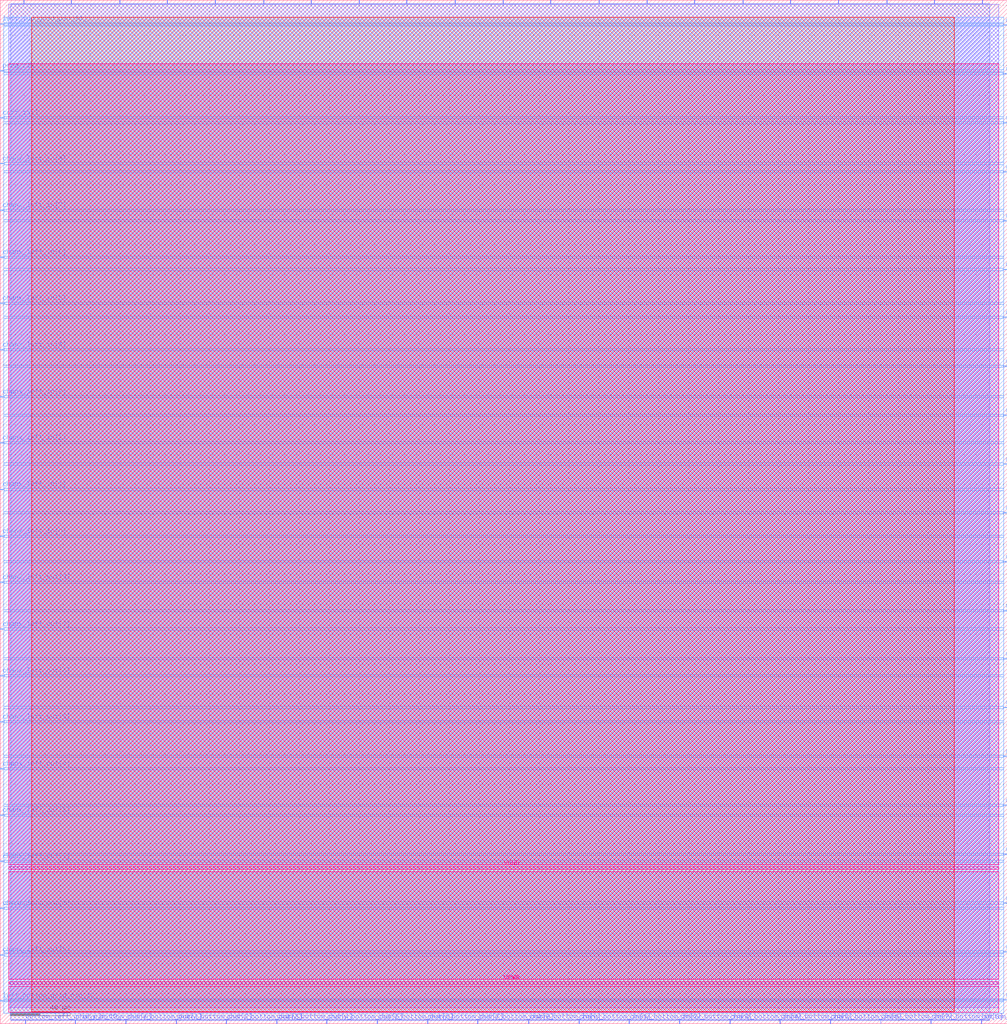
<source format=lef>
VERSION 5.7 ;
  NOWIREEXTENSIONATPIN ON ;
  DIVIDERCHAR "/" ;
  BUSBITCHARS "[]" ;
MACRO sb_1__1_
  CLASS BLOCK ;
  FOREIGN sb_1__1_ ;
  ORIGIN 0.000 0.000 ;
  SIZE 672.585 BY 683.305 ;
  PIN bottom_left_grid_pin_13_
    DIRECTION INPUT ;
    PORT
      LAYER met2 ;
        RECT 16.650 0.000 16.930 2.400 ;
    END
  END bottom_left_grid_pin_13_
  PIN bottom_right_grid_pin_11_
    DIRECTION INPUT ;
    PORT
      LAYER met2 ;
        RECT 655.130 0.000 655.410 2.400 ;
    END
  END bottom_right_grid_pin_11_
  PIN ccff_head
    DIRECTION INPUT ;
    PORT
      LAYER met3 ;
        RECT 670.185 666.440 672.585 667.040 ;
    END
  END ccff_head
  PIN ccff_tail
    DIRECTION OUTPUT TRISTATE ;
    PORT
      LAYER met3 ;
        RECT 0.000 604.560 2.400 605.160 ;
    END
  END ccff_tail
  PIN chanx_left_in[0]
    DIRECTION INPUT ;
    PORT
      LAYER met3 ;
        RECT 0.000 325.080 2.400 325.680 ;
    END
  END chanx_left_in[0]
  PIN chanx_left_in[1]
    DIRECTION INPUT ;
    PORT
      LAYER met3 ;
        RECT 0.000 356.360 2.400 356.960 ;
    END
  END chanx_left_in[1]
  PIN chanx_left_in[2]
    DIRECTION INPUT ;
    PORT
      LAYER met3 ;
        RECT 0.000 387.640 2.400 388.240 ;
    END
  END chanx_left_in[2]
  PIN chanx_left_in[3]
    DIRECTION INPUT ;
    PORT
      LAYER met3 ;
        RECT 0.000 418.240 2.400 418.840 ;
    END
  END chanx_left_in[3]
  PIN chanx_left_in[4]
    DIRECTION INPUT ;
    PORT
      LAYER met3 ;
        RECT 0.000 449.520 2.400 450.120 ;
    END
  END chanx_left_in[4]
  PIN chanx_left_in[5]
    DIRECTION INPUT ;
    PORT
      LAYER met3 ;
        RECT 0.000 480.800 2.400 481.400 ;
    END
  END chanx_left_in[5]
  PIN chanx_left_in[6]
    DIRECTION INPUT ;
    PORT
      LAYER met3 ;
        RECT 0.000 511.400 2.400 512.000 ;
    END
  END chanx_left_in[6]
  PIN chanx_left_in[7]
    DIRECTION INPUT ;
    PORT
      LAYER met3 ;
        RECT 0.000 542.680 2.400 543.280 ;
    END
  END chanx_left_in[7]
  PIN chanx_left_in[8]
    DIRECTION INPUT ;
    PORT
      LAYER met3 ;
        RECT 0.000 573.960 2.400 574.560 ;
    END
  END chanx_left_in[8]
  PIN chanx_left_out[0]
    DIRECTION OUTPUT TRISTATE ;
    PORT
      LAYER met3 ;
        RECT 0.000 45.600 2.400 46.200 ;
    END
  END chanx_left_out[0]
  PIN chanx_left_out[1]
    DIRECTION OUTPUT TRISTATE ;
    PORT
      LAYER met3 ;
        RECT 0.000 76.880 2.400 77.480 ;
    END
  END chanx_left_out[1]
  PIN chanx_left_out[2]
    DIRECTION OUTPUT TRISTATE ;
    PORT
      LAYER met3 ;
        RECT 0.000 108.160 2.400 108.760 ;
    END
  END chanx_left_out[2]
  PIN chanx_left_out[3]
    DIRECTION OUTPUT TRISTATE ;
    PORT
      LAYER met3 ;
        RECT 0.000 138.760 2.400 139.360 ;
    END
  END chanx_left_out[3]
  PIN chanx_left_out[4]
    DIRECTION OUTPUT TRISTATE ;
    PORT
      LAYER met3 ;
        RECT 0.000 170.040 2.400 170.640 ;
    END
  END chanx_left_out[4]
  PIN chanx_left_out[5]
    DIRECTION OUTPUT TRISTATE ;
    PORT
      LAYER met3 ;
        RECT 0.000 201.320 2.400 201.920 ;
    END
  END chanx_left_out[5]
  PIN chanx_left_out[6]
    DIRECTION OUTPUT TRISTATE ;
    PORT
      LAYER met3 ;
        RECT 0.000 231.920 2.400 232.520 ;
    END
  END chanx_left_out[6]
  PIN chanx_left_out[7]
    DIRECTION OUTPUT TRISTATE ;
    PORT
      LAYER met3 ;
        RECT 0.000 263.200 2.400 263.800 ;
    END
  END chanx_left_out[7]
  PIN chanx_left_out[8]
    DIRECTION OUTPUT TRISTATE ;
    PORT
      LAYER met3 ;
        RECT 0.000 294.480 2.400 295.080 ;
    END
  END chanx_left_out[8]
  PIN chanx_right_in[0]
    DIRECTION INPUT ;
    PORT
      LAYER met3 ;
        RECT 670.185 340.720 672.585 341.320 ;
    END
  END chanx_right_in[0]
  PIN chanx_right_in[1]
    DIRECTION INPUT ;
    PORT
      LAYER met3 ;
        RECT 670.185 373.360 672.585 373.960 ;
    END
  END chanx_right_in[1]
  PIN chanx_right_in[2]
    DIRECTION INPUT ;
    PORT
      LAYER met3 ;
        RECT 670.185 406.000 672.585 406.600 ;
    END
  END chanx_right_in[2]
  PIN chanx_right_in[3]
    DIRECTION INPUT ;
    PORT
      LAYER met3 ;
        RECT 670.185 438.640 672.585 439.240 ;
    END
  END chanx_right_in[3]
  PIN chanx_right_in[4]
    DIRECTION INPUT ;
    PORT
      LAYER met3 ;
        RECT 670.185 471.280 672.585 471.880 ;
    END
  END chanx_right_in[4]
  PIN chanx_right_in[5]
    DIRECTION INPUT ;
    PORT
      LAYER met3 ;
        RECT 670.185 503.240 672.585 503.840 ;
    END
  END chanx_right_in[5]
  PIN chanx_right_in[6]
    DIRECTION INPUT ;
    PORT
      LAYER met3 ;
        RECT 670.185 535.880 672.585 536.480 ;
    END
  END chanx_right_in[6]
  PIN chanx_right_in[7]
    DIRECTION INPUT ;
    PORT
      LAYER met3 ;
        RECT 670.185 568.520 672.585 569.120 ;
    END
  END chanx_right_in[7]
  PIN chanx_right_in[8]
    DIRECTION INPUT ;
    PORT
      LAYER met3 ;
        RECT 670.185 601.160 672.585 601.760 ;
    END
  END chanx_right_in[8]
  PIN chanx_right_out[0]
    DIRECTION OUTPUT TRISTATE ;
    PORT
      LAYER met3 ;
        RECT 670.185 47.640 672.585 48.240 ;
    END
  END chanx_right_out[0]
  PIN chanx_right_out[1]
    DIRECTION OUTPUT TRISTATE ;
    PORT
      LAYER met3 ;
        RECT 670.185 80.280 672.585 80.880 ;
    END
  END chanx_right_out[1]
  PIN chanx_right_out[2]
    DIRECTION OUTPUT TRISTATE ;
    PORT
      LAYER met3 ;
        RECT 670.185 112.920 672.585 113.520 ;
    END
  END chanx_right_out[2]
  PIN chanx_right_out[3]
    DIRECTION OUTPUT TRISTATE ;
    PORT
      LAYER met3 ;
        RECT 670.185 145.560 672.585 146.160 ;
    END
  END chanx_right_out[3]
  PIN chanx_right_out[4]
    DIRECTION OUTPUT TRISTATE ;
    PORT
      LAYER met3 ;
        RECT 670.185 178.200 672.585 178.800 ;
    END
  END chanx_right_out[4]
  PIN chanx_right_out[5]
    DIRECTION OUTPUT TRISTATE ;
    PORT
      LAYER met3 ;
        RECT 670.185 210.840 672.585 211.440 ;
    END
  END chanx_right_out[5]
  PIN chanx_right_out[6]
    DIRECTION OUTPUT TRISTATE ;
    PORT
      LAYER met3 ;
        RECT 670.185 243.480 672.585 244.080 ;
    END
  END chanx_right_out[6]
  PIN chanx_right_out[7]
    DIRECTION OUTPUT TRISTATE ;
    PORT
      LAYER met3 ;
        RECT 670.185 275.440 672.585 276.040 ;
    END
  END chanx_right_out[7]
  PIN chanx_right_out[8]
    DIRECTION OUTPUT TRISTATE ;
    PORT
      LAYER met3 ;
        RECT 670.185 308.080 672.585 308.680 ;
    END
  END chanx_right_out[8]
  PIN chany_bottom_in[0]
    DIRECTION INPUT ;
    PORT
      LAYER met2 ;
        RECT 352.910 0.000 353.190 2.400 ;
    END
  END chany_bottom_in[0]
  PIN chany_bottom_in[1]
    DIRECTION INPUT ;
    PORT
      LAYER met2 ;
        RECT 386.490 0.000 386.770 2.400 ;
    END
  END chany_bottom_in[1]
  PIN chany_bottom_in[2]
    DIRECTION INPUT ;
    PORT
      LAYER met2 ;
        RECT 420.070 0.000 420.350 2.400 ;
    END
  END chany_bottom_in[2]
  PIN chany_bottom_in[3]
    DIRECTION INPUT ;
    PORT
      LAYER met2 ;
        RECT 453.650 0.000 453.930 2.400 ;
    END
  END chany_bottom_in[3]
  PIN chany_bottom_in[4]
    DIRECTION INPUT ;
    PORT
      LAYER met2 ;
        RECT 487.230 0.000 487.510 2.400 ;
    END
  END chany_bottom_in[4]
  PIN chany_bottom_in[5]
    DIRECTION INPUT ;
    PORT
      LAYER met2 ;
        RECT 520.810 0.000 521.090 2.400 ;
    END
  END chany_bottom_in[5]
  PIN chany_bottom_in[6]
    DIRECTION INPUT ;
    PORT
      LAYER met2 ;
        RECT 554.390 0.000 554.670 2.400 ;
    END
  END chany_bottom_in[6]
  PIN chany_bottom_in[7]
    DIRECTION INPUT ;
    PORT
      LAYER met2 ;
        RECT 587.970 0.000 588.250 2.400 ;
    END
  END chany_bottom_in[7]
  PIN chany_bottom_in[8]
    DIRECTION INPUT ;
    PORT
      LAYER met2 ;
        RECT 621.550 0.000 621.830 2.400 ;
    END
  END chany_bottom_in[8]
  PIN chany_bottom_out[0]
    DIRECTION OUTPUT TRISTATE ;
    PORT
      LAYER met2 ;
        RECT 50.230 0.000 50.510 2.400 ;
    END
  END chany_bottom_out[0]
  PIN chany_bottom_out[1]
    DIRECTION OUTPUT TRISTATE ;
    PORT
      LAYER met2 ;
        RECT 83.810 0.000 84.090 2.400 ;
    END
  END chany_bottom_out[1]
  PIN chany_bottom_out[2]
    DIRECTION OUTPUT TRISTATE ;
    PORT
      LAYER met2 ;
        RECT 117.390 0.000 117.670 2.400 ;
    END
  END chany_bottom_out[2]
  PIN chany_bottom_out[3]
    DIRECTION OUTPUT TRISTATE ;
    PORT
      LAYER met2 ;
        RECT 150.970 0.000 151.250 2.400 ;
    END
  END chany_bottom_out[3]
  PIN chany_bottom_out[4]
    DIRECTION OUTPUT TRISTATE ;
    PORT
      LAYER met2 ;
        RECT 184.550 0.000 184.830 2.400 ;
    END
  END chany_bottom_out[4]
  PIN chany_bottom_out[5]
    DIRECTION OUTPUT TRISTATE ;
    PORT
      LAYER met2 ;
        RECT 218.130 0.000 218.410 2.400 ;
    END
  END chany_bottom_out[5]
  PIN chany_bottom_out[6]
    DIRECTION OUTPUT TRISTATE ;
    PORT
      LAYER met2 ;
        RECT 251.710 0.000 251.990 2.400 ;
    END
  END chany_bottom_out[6]
  PIN chany_bottom_out[7]
    DIRECTION OUTPUT TRISTATE ;
    PORT
      LAYER met2 ;
        RECT 285.290 0.000 285.570 2.400 ;
    END
  END chany_bottom_out[7]
  PIN chany_bottom_out[8]
    DIRECTION OUTPUT TRISTATE ;
    PORT
      LAYER met2 ;
        RECT 318.870 0.000 319.150 2.400 ;
    END
  END chany_bottom_out[8]
  PIN chany_top_in[0]
    DIRECTION INPUT ;
    PORT
      LAYER met2 ;
        RECT 335.890 680.905 336.170 683.305 ;
    END
  END chany_top_in[0]
  PIN chany_top_in[1]
    DIRECTION INPUT ;
    PORT
      LAYER met2 ;
        RECT 367.630 680.905 367.910 683.305 ;
    END
  END chany_top_in[1]
  PIN chany_top_in[2]
    DIRECTION INPUT ;
    PORT
      LAYER met2 ;
        RECT 399.830 680.905 400.110 683.305 ;
    END
  END chany_top_in[2]
  PIN chany_top_in[3]
    DIRECTION INPUT ;
    PORT
      LAYER met2 ;
        RECT 432.030 680.905 432.310 683.305 ;
    END
  END chany_top_in[3]
  PIN chany_top_in[4]
    DIRECTION INPUT ;
    PORT
      LAYER met2 ;
        RECT 463.770 680.905 464.050 683.305 ;
    END
  END chany_top_in[4]
  PIN chany_top_in[5]
    DIRECTION INPUT ;
    PORT
      LAYER met2 ;
        RECT 495.970 680.905 496.250 683.305 ;
    END
  END chany_top_in[5]
  PIN chany_top_in[6]
    DIRECTION INPUT ;
    PORT
      LAYER met2 ;
        RECT 527.710 680.905 527.990 683.305 ;
    END
  END chany_top_in[6]
  PIN chany_top_in[7]
    DIRECTION INPUT ;
    PORT
      LAYER met2 ;
        RECT 559.910 680.905 560.190 683.305 ;
    END
  END chany_top_in[7]
  PIN chany_top_in[8]
    DIRECTION INPUT ;
    PORT
      LAYER met2 ;
        RECT 592.110 680.905 592.390 683.305 ;
    END
  END chany_top_in[8]
  PIN chany_top_out[0]
    DIRECTION OUTPUT TRISTATE ;
    PORT
      LAYER met2 ;
        RECT 47.470 680.905 47.750 683.305 ;
    END
  END chany_top_out[0]
  PIN chany_top_out[1]
    DIRECTION OUTPUT TRISTATE ;
    PORT
      LAYER met2 ;
        RECT 79.670 680.905 79.950 683.305 ;
    END
  END chany_top_out[1]
  PIN chany_top_out[2]
    DIRECTION OUTPUT TRISTATE ;
    PORT
      LAYER met2 ;
        RECT 111.410 680.905 111.690 683.305 ;
    END
  END chany_top_out[2]
  PIN chany_top_out[3]
    DIRECTION OUTPUT TRISTATE ;
    PORT
      LAYER met2 ;
        RECT 143.610 680.905 143.890 683.305 ;
    END
  END chany_top_out[3]
  PIN chany_top_out[4]
    DIRECTION OUTPUT TRISTATE ;
    PORT
      LAYER met2 ;
        RECT 175.810 680.905 176.090 683.305 ;
    END
  END chany_top_out[4]
  PIN chany_top_out[5]
    DIRECTION OUTPUT TRISTATE ;
    PORT
      LAYER met2 ;
        RECT 207.550 680.905 207.830 683.305 ;
    END
  END chany_top_out[5]
  PIN chany_top_out[6]
    DIRECTION OUTPUT TRISTATE ;
    PORT
      LAYER met2 ;
        RECT 239.750 680.905 240.030 683.305 ;
    END
  END chany_top_out[6]
  PIN chany_top_out[7]
    DIRECTION OUTPUT TRISTATE ;
    PORT
      LAYER met2 ;
        RECT 271.490 680.905 271.770 683.305 ;
    END
  END chany_top_out[7]
  PIN chany_top_out[8]
    DIRECTION OUTPUT TRISTATE ;
    PORT
      LAYER met2 ;
        RECT 303.690 680.905 303.970 683.305 ;
    END
  END chany_top_out[8]
  PIN left_bottom_grid_pin_12_
    DIRECTION INPUT ;
    PORT
      LAYER met3 ;
        RECT 0.000 15.000 2.400 15.600 ;
    END
  END left_bottom_grid_pin_12_
  PIN left_top_grid_pin_10_
    DIRECTION INPUT ;
    PORT
      LAYER met3 ;
        RECT 0.000 667.120 2.400 667.720 ;
    END
  END left_top_grid_pin_10_
  PIN pReset
    DIRECTION INPUT ;
    PORT
      LAYER met2 ;
        RECT 656.050 680.905 656.330 683.305 ;
    END
  END pReset
  PIN prog_clk
    DIRECTION INPUT ;
    PORT
      LAYER met3 ;
        RECT 0.000 635.840 2.400 636.440 ;
    END
  END prog_clk
  PIN right_bottom_grid_pin_12_
    DIRECTION INPUT ;
    PORT
      LAYER met3 ;
        RECT 670.185 15.680 672.585 16.280 ;
    END
  END right_bottom_grid_pin_12_
  PIN right_top_grid_pin_10_
    DIRECTION INPUT ;
    PORT
      LAYER met3 ;
        RECT 670.185 633.800 672.585 634.400 ;
    END
  END right_top_grid_pin_10_
  PIN top_left_grid_pin_13_
    DIRECTION INPUT ;
    PORT
      LAYER met2 ;
        RECT 15.730 680.905 16.010 683.305 ;
    END
  END top_left_grid_pin_13_
  PIN top_right_grid_pin_11_
    DIRECTION INPUT ;
    PORT
      LAYER met2 ;
        RECT 623.850 680.905 624.130 683.305 ;
    END
  END top_right_grid_pin_11_
  PIN VPWR
    DIRECTION INPUT ;
    USE POWER ;
    PORT
      LAYER met5 ;
        RECT 5.520 26.490 667.000 28.090 ;
    END
  END VPWR
  PIN VGND
    DIRECTION INPUT ;
    USE GROUND ;
    PORT
      LAYER met5 ;
        RECT 5.520 103.080 667.000 104.680 ;
    END
  END VGND
  OBS
      LAYER li1 ;
        RECT 5.520 10.795 667.000 671.925 ;
      LAYER met1 ;
        RECT 5.520 10.640 667.000 680.640 ;
      LAYER met2 ;
        RECT 6.990 680.625 15.450 680.905 ;
        RECT 16.290 680.625 47.190 680.905 ;
        RECT 48.030 680.625 79.390 680.905 ;
        RECT 80.230 680.625 111.130 680.905 ;
        RECT 111.970 680.625 143.330 680.905 ;
        RECT 144.170 680.625 175.530 680.905 ;
        RECT 176.370 680.625 207.270 680.905 ;
        RECT 208.110 680.625 239.470 680.905 ;
        RECT 240.310 680.625 271.210 680.905 ;
        RECT 272.050 680.625 303.410 680.905 ;
        RECT 304.250 680.625 335.610 680.905 ;
        RECT 336.450 680.625 367.350 680.905 ;
        RECT 368.190 680.625 399.550 680.905 ;
        RECT 400.390 680.625 431.750 680.905 ;
        RECT 432.590 680.625 463.490 680.905 ;
        RECT 464.330 680.625 495.690 680.905 ;
        RECT 496.530 680.625 527.430 680.905 ;
        RECT 528.270 680.625 559.630 680.905 ;
        RECT 560.470 680.625 591.830 680.905 ;
        RECT 592.670 680.625 623.570 680.905 ;
        RECT 624.410 680.625 655.770 680.905 ;
        RECT 656.610 680.625 660.930 680.905 ;
        RECT 6.990 2.680 660.930 680.625 ;
        RECT 6.990 2.400 16.370 2.680 ;
        RECT 17.210 2.400 49.950 2.680 ;
        RECT 50.790 2.400 83.530 2.680 ;
        RECT 84.370 2.400 117.110 2.680 ;
        RECT 117.950 2.400 150.690 2.680 ;
        RECT 151.530 2.400 184.270 2.680 ;
        RECT 185.110 2.400 217.850 2.680 ;
        RECT 218.690 2.400 251.430 2.680 ;
        RECT 252.270 2.400 285.010 2.680 ;
        RECT 285.850 2.400 318.590 2.680 ;
        RECT 319.430 2.400 352.630 2.680 ;
        RECT 353.470 2.400 386.210 2.680 ;
        RECT 387.050 2.400 419.790 2.680 ;
        RECT 420.630 2.400 453.370 2.680 ;
        RECT 454.210 2.400 486.950 2.680 ;
        RECT 487.790 2.400 520.530 2.680 ;
        RECT 521.370 2.400 554.110 2.680 ;
        RECT 554.950 2.400 587.690 2.680 ;
        RECT 588.530 2.400 621.270 2.680 ;
        RECT 622.110 2.400 654.850 2.680 ;
        RECT 655.690 2.400 660.930 2.680 ;
      LAYER met3 ;
        RECT 2.400 668.120 670.185 672.005 ;
        RECT 2.800 667.440 670.185 668.120 ;
        RECT 2.800 666.720 669.785 667.440 ;
        RECT 2.400 666.040 669.785 666.720 ;
        RECT 2.400 636.840 670.185 666.040 ;
        RECT 2.800 635.440 670.185 636.840 ;
        RECT 2.400 634.800 670.185 635.440 ;
        RECT 2.400 633.400 669.785 634.800 ;
        RECT 2.400 605.560 670.185 633.400 ;
        RECT 2.800 604.160 670.185 605.560 ;
        RECT 2.400 602.160 670.185 604.160 ;
        RECT 2.400 600.760 669.785 602.160 ;
        RECT 2.400 574.960 670.185 600.760 ;
        RECT 2.800 573.560 670.185 574.960 ;
        RECT 2.400 569.520 670.185 573.560 ;
        RECT 2.400 568.120 669.785 569.520 ;
        RECT 2.400 543.680 670.185 568.120 ;
        RECT 2.800 542.280 670.185 543.680 ;
        RECT 2.400 536.880 670.185 542.280 ;
        RECT 2.400 535.480 669.785 536.880 ;
        RECT 2.400 512.400 670.185 535.480 ;
        RECT 2.800 511.000 670.185 512.400 ;
        RECT 2.400 504.240 670.185 511.000 ;
        RECT 2.400 502.840 669.785 504.240 ;
        RECT 2.400 481.800 670.185 502.840 ;
        RECT 2.800 480.400 670.185 481.800 ;
        RECT 2.400 472.280 670.185 480.400 ;
        RECT 2.400 470.880 669.785 472.280 ;
        RECT 2.400 450.520 670.185 470.880 ;
        RECT 2.800 449.120 670.185 450.520 ;
        RECT 2.400 439.640 670.185 449.120 ;
        RECT 2.400 438.240 669.785 439.640 ;
        RECT 2.400 419.240 670.185 438.240 ;
        RECT 2.800 417.840 670.185 419.240 ;
        RECT 2.400 407.000 670.185 417.840 ;
        RECT 2.400 405.600 669.785 407.000 ;
        RECT 2.400 388.640 670.185 405.600 ;
        RECT 2.800 387.240 670.185 388.640 ;
        RECT 2.400 374.360 670.185 387.240 ;
        RECT 2.400 372.960 669.785 374.360 ;
        RECT 2.400 357.360 670.185 372.960 ;
        RECT 2.800 355.960 670.185 357.360 ;
        RECT 2.400 341.720 670.185 355.960 ;
        RECT 2.400 340.320 669.785 341.720 ;
        RECT 2.400 326.080 670.185 340.320 ;
        RECT 2.800 324.680 670.185 326.080 ;
        RECT 2.400 309.080 670.185 324.680 ;
        RECT 2.400 307.680 669.785 309.080 ;
        RECT 2.400 295.480 670.185 307.680 ;
        RECT 2.800 294.080 670.185 295.480 ;
        RECT 2.400 276.440 670.185 294.080 ;
        RECT 2.400 275.040 669.785 276.440 ;
        RECT 2.400 264.200 670.185 275.040 ;
        RECT 2.800 262.800 670.185 264.200 ;
        RECT 2.400 244.480 670.185 262.800 ;
        RECT 2.400 243.080 669.785 244.480 ;
        RECT 2.400 232.920 670.185 243.080 ;
        RECT 2.800 231.520 670.185 232.920 ;
        RECT 2.400 211.840 670.185 231.520 ;
        RECT 2.400 210.440 669.785 211.840 ;
        RECT 2.400 202.320 670.185 210.440 ;
        RECT 2.800 200.920 670.185 202.320 ;
        RECT 2.400 179.200 670.185 200.920 ;
        RECT 2.400 177.800 669.785 179.200 ;
        RECT 2.400 171.040 670.185 177.800 ;
        RECT 2.800 169.640 670.185 171.040 ;
        RECT 2.400 146.560 670.185 169.640 ;
        RECT 2.400 145.160 669.785 146.560 ;
        RECT 2.400 139.760 670.185 145.160 ;
        RECT 2.800 138.360 670.185 139.760 ;
        RECT 2.400 113.920 670.185 138.360 ;
        RECT 2.400 112.520 669.785 113.920 ;
        RECT 2.400 109.160 670.185 112.520 ;
        RECT 2.800 107.760 670.185 109.160 ;
        RECT 2.400 81.280 670.185 107.760 ;
        RECT 2.400 79.880 669.785 81.280 ;
        RECT 2.400 77.880 670.185 79.880 ;
        RECT 2.800 76.480 670.185 77.880 ;
        RECT 2.400 48.640 670.185 76.480 ;
        RECT 2.400 47.240 669.785 48.640 ;
        RECT 2.400 46.600 670.185 47.240 ;
        RECT 2.800 45.200 670.185 46.600 ;
        RECT 2.400 16.680 670.185 45.200 ;
        RECT 2.400 16.000 669.785 16.680 ;
        RECT 2.800 15.280 669.785 16.000 ;
        RECT 2.800 14.600 670.185 15.280 ;
        RECT 2.400 6.975 670.185 14.600 ;
      LAYER met4 ;
        RECT 21.040 7.910 637.040 672.080 ;
      LAYER met5 ;
        RECT 5.520 106.280 667.000 640.810 ;
        RECT 5.520 29.690 667.000 101.480 ;
        RECT 5.520 7.700 667.000 24.890 ;
  END
END sb_1__1_
END LIBRARY


</source>
